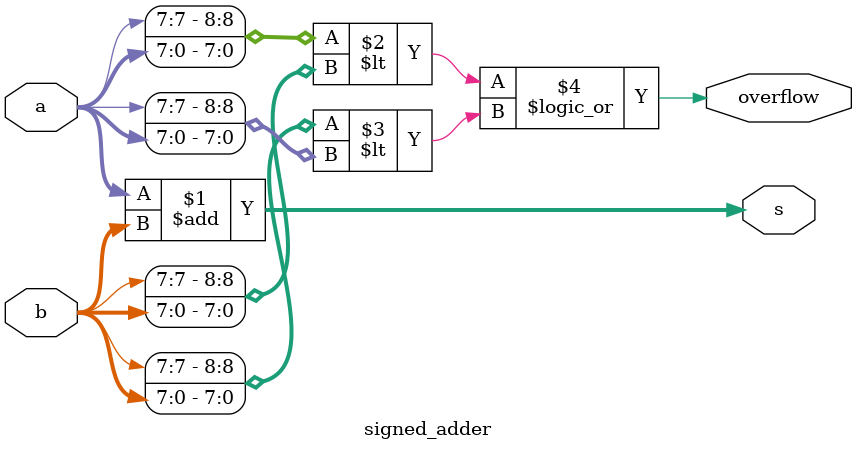
<source format=v>

module signed_adder(input [7:0] a,
    input [7:0] b,
    output [7:0] s,
    output overflow
); 

// The numbers a and b are added to the output s. 
// assign the occurence of the signed overflow of a and b to the output overflow.
// a signed overflow occurs if the most significant bits of a and b are low and the most significant bit of s is high
// a signed overflow may also occur if the most significant bits of a and b are high and the most significant bit of s is low


assign s = a + b; // add the two numbers
assign overflow = ({a[7], a[7:0]} < {b[7], b[7:0]}) || ({b[7], b[7:0]} < {a[7], a[7:0]});

endmodule

</source>
